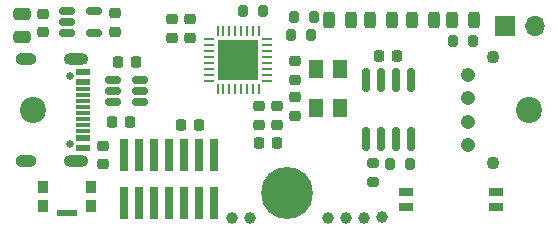
<source format=gbr>
%TF.GenerationSoftware,KiCad,Pcbnew,7.0.5*%
%TF.CreationDate,2024-01-08T00:08:43+01:00*%
%TF.ProjectId,can-usb-dongle,63616e2d-7573-4622-9d64-6f6e676c652e,rev?*%
%TF.SameCoordinates,Original*%
%TF.FileFunction,Soldermask,Top*%
%TF.FilePolarity,Negative*%
%FSLAX46Y46*%
G04 Gerber Fmt 4.6, Leading zero omitted, Abs format (unit mm)*
G04 Created by KiCad (PCBNEW 7.0.5) date 2024-01-08 00:08:43*
%MOMM*%
%LPD*%
G01*
G04 APERTURE LIST*
G04 Aperture macros list*
%AMRoundRect*
0 Rectangle with rounded corners*
0 $1 Rounding radius*
0 $2 $3 $4 $5 $6 $7 $8 $9 X,Y pos of 4 corners*
0 Add a 4 corners polygon primitive as box body*
4,1,4,$2,$3,$4,$5,$6,$7,$8,$9,$2,$3,0*
0 Add four circle primitives for the rounded corners*
1,1,$1+$1,$2,$3*
1,1,$1+$1,$4,$5*
1,1,$1+$1,$6,$7*
1,1,$1+$1,$8,$9*
0 Add four rect primitives between the rounded corners*
20,1,$1+$1,$2,$3,$4,$5,0*
20,1,$1+$1,$4,$5,$6,$7,0*
20,1,$1+$1,$6,$7,$8,$9,0*
20,1,$1+$1,$8,$9,$2,$3,0*%
G04 Aperture macros list end*
%ADD10RoundRect,0.225000X0.250000X-0.225000X0.250000X0.225000X-0.250000X0.225000X-0.250000X-0.225000X0*%
%ADD11RoundRect,0.225000X-0.225000X-0.250000X0.225000X-0.250000X0.225000X0.250000X-0.225000X0.250000X0*%
%ADD12C,2.200000*%
%ADD13RoundRect,0.225000X0.225000X0.250000X-0.225000X0.250000X-0.225000X-0.250000X0.225000X-0.250000X0*%
%ADD14RoundRect,0.200000X0.200000X0.275000X-0.200000X0.275000X-0.200000X-0.275000X0.200000X-0.275000X0*%
%ADD15C,1.000000*%
%ADD16RoundRect,0.250000X0.475000X-0.250000X0.475000X0.250000X-0.475000X0.250000X-0.475000X-0.250000X0*%
%ADD17R,1.270000X0.760000*%
%ADD18RoundRect,0.243750X-0.243750X-0.456250X0.243750X-0.456250X0.243750X0.456250X-0.243750X0.456250X0*%
%ADD19R,1.300000X1.600000*%
%ADD20RoundRect,0.062500X0.375000X0.062500X-0.375000X0.062500X-0.375000X-0.062500X0.375000X-0.062500X0*%
%ADD21RoundRect,0.062500X0.062500X0.375000X-0.062500X0.375000X-0.062500X-0.375000X0.062500X-0.375000X0*%
%ADD22R,3.450000X3.450000*%
%ADD23RoundRect,0.150000X-0.512500X-0.150000X0.512500X-0.150000X0.512500X0.150000X-0.512500X0.150000X0*%
%ADD24RoundRect,0.243750X0.243750X0.456250X-0.243750X0.456250X-0.243750X-0.456250X0.243750X-0.456250X0*%
%ADD25RoundRect,0.150000X-0.150000X0.825000X-0.150000X-0.825000X0.150000X-0.825000X0.150000X0.825000X0*%
%ADD26RoundRect,0.225000X-0.250000X0.225000X-0.250000X-0.225000X0.250000X-0.225000X0.250000X0.225000X0*%
%ADD27C,1.100000*%
%ADD28C,1.208000*%
%ADD29RoundRect,0.200000X-0.275000X0.200000X-0.275000X-0.200000X0.275000X-0.200000X0.275000X0.200000X0*%
%ADD30R,0.740000X2.790000*%
%ADD31C,0.650000*%
%ADD32R,1.150000X0.600000*%
%ADD33R,1.150000X0.300000*%
%ADD34O,2.100000X1.000000*%
%ADD35O,1.800000X1.000000*%
%ADD36R,1.700000X1.700000*%
%ADD37O,1.700000X1.700000*%
%ADD38C,4.400000*%
%ADD39R,0.900000X1.000000*%
%ADD40R,1.700000X0.550000*%
G04 APERTURE END LIST*
D10*
%TO.C,C5*%
X35814000Y-33876000D03*
X35814000Y-32326000D03*
%TD*%
D11*
%TO.C,R3*%
X29705000Y-35908000D03*
X31255000Y-35908000D03*
%TD*%
%TO.C,C3*%
X51823000Y-35400000D03*
X53373000Y-35400000D03*
%TD*%
D12*
%TO.C,H2*%
X22500000Y-40000000D03*
%TD*%
D13*
%TO.C,R8*%
X36589000Y-41242000D03*
X35039000Y-41242000D03*
%TD*%
D14*
%TO.C,R6*%
X41973000Y-31590000D03*
X40323000Y-31590000D03*
%TD*%
D15*
%TO.C,TP5*%
X50546000Y-49116000D03*
%TD*%
D16*
%TO.C,F1*%
X21590000Y-33810000D03*
X21590000Y-31910000D03*
%TD*%
D17*
%TO.C,SW2*%
X54122000Y-46957000D03*
X54122000Y-48227000D03*
X61742000Y-48227000D03*
X61742000Y-46957000D03*
%TD*%
D18*
%TO.C,D3*%
X51074000Y-32352000D03*
X52949000Y-32352000D03*
%TD*%
D19*
%TO.C,Y1*%
X46498000Y-36544000D03*
X46498000Y-39844000D03*
X48498000Y-39844000D03*
X48498000Y-36544000D03*
%TD*%
D20*
%TO.C,U1*%
X42343500Y-37506500D03*
X42343500Y-37006500D03*
X42343500Y-36506500D03*
X42343500Y-36006500D03*
X42343500Y-35506500D03*
X42343500Y-35006500D03*
X42343500Y-34506500D03*
X42343500Y-34006500D03*
D21*
X41656000Y-33319000D03*
X41156000Y-33319000D03*
X40656000Y-33319000D03*
X40156000Y-33319000D03*
X39656000Y-33319000D03*
X39156000Y-33319000D03*
X38656000Y-33319000D03*
X38156000Y-33319000D03*
D20*
X37468500Y-34006500D03*
X37468500Y-34506500D03*
X37468500Y-35006500D03*
X37468500Y-35506500D03*
X37468500Y-36006500D03*
X37468500Y-36506500D03*
X37468500Y-37006500D03*
X37468500Y-37506500D03*
D21*
X38156000Y-38194000D03*
X38656000Y-38194000D03*
X39156000Y-38194000D03*
X39656000Y-38194000D03*
X40156000Y-38194000D03*
X40656000Y-38194000D03*
X41156000Y-38194000D03*
X41656000Y-38194000D03*
D22*
X39906000Y-35756500D03*
%TD*%
D10*
%TO.C,C4*%
X34290000Y-33876000D03*
X34290000Y-32326000D03*
%TD*%
D13*
%TO.C,R4*%
X30747000Y-40988000D03*
X29197000Y-40988000D03*
%TD*%
D23*
%TO.C,U3*%
X29342500Y-37432000D03*
X29342500Y-38382000D03*
X29342500Y-39332000D03*
X31617500Y-39332000D03*
X31617500Y-38382000D03*
X31617500Y-37432000D03*
%TD*%
D24*
%TO.C,D2*%
X56505000Y-32352000D03*
X54630000Y-32352000D03*
%TD*%
D10*
%TO.C,C9*%
X28500000Y-44575000D03*
X28500000Y-43025000D03*
%TD*%
D14*
%TO.C,R10*%
X46291000Y-32098000D03*
X44641000Y-32098000D03*
%TD*%
%TO.C,R5*%
X59753000Y-34130000D03*
X58103000Y-34130000D03*
%TD*%
D25*
%TO.C,U2*%
X54503000Y-37497000D03*
X53233000Y-37497000D03*
X51963000Y-37497000D03*
X50693000Y-37497000D03*
X50693000Y-42447000D03*
X51963000Y-42447000D03*
X53233000Y-42447000D03*
X54503000Y-42447000D03*
%TD*%
D26*
%TO.C,C8*%
X23368000Y-31844000D03*
X23368000Y-33394000D03*
%TD*%
D27*
%TO.C,J2*%
X61492000Y-35500000D03*
X61492000Y-44500000D03*
D28*
X59392000Y-43000000D03*
X59392000Y-41000000D03*
X59392000Y-39000000D03*
X59392000Y-37000000D03*
%TD*%
D15*
%TO.C,TP4*%
X49022000Y-49116000D03*
%TD*%
D29*
%TO.C,R9*%
X51308000Y-44481000D03*
X51308000Y-46131000D03*
%TD*%
D30*
%TO.C,J3*%
X30226000Y-47852000D03*
X30226000Y-43782000D03*
X31496000Y-47852000D03*
X31496000Y-43782000D03*
X32766000Y-47852000D03*
X32766000Y-43782000D03*
X34036000Y-47852000D03*
X34036000Y-43782000D03*
X35306000Y-47852000D03*
X35306000Y-43782000D03*
X36576000Y-47852000D03*
X36576000Y-43782000D03*
X37846000Y-47852000D03*
X37846000Y-43782000D03*
%TD*%
D15*
%TO.C,TP3*%
X47498000Y-49116000D03*
%TD*%
D26*
%TO.C,C6*%
X43180000Y-39705000D03*
X43180000Y-41255000D03*
%TD*%
D12*
%TO.C,H3*%
X64500000Y-40000000D03*
%TD*%
D13*
%TO.C,R2*%
X43193000Y-42766000D03*
X41643000Y-42766000D03*
%TD*%
D23*
%TO.C,U4*%
X25400000Y-31590000D03*
X25400000Y-32540000D03*
X25400000Y-33490000D03*
X27675000Y-33490000D03*
X27675000Y-31590000D03*
%TD*%
D26*
%TO.C,C10*%
X29464000Y-31831000D03*
X29464000Y-33381000D03*
%TD*%
D15*
%TO.C,TP1*%
X39370000Y-49116000D03*
%TD*%
D31*
%TO.C,J1*%
X25662000Y-37110000D03*
X25662000Y-42890000D03*
D32*
X26737000Y-36800000D03*
X26737000Y-37600000D03*
D33*
X26737000Y-38750000D03*
X26737000Y-39750000D03*
X26737000Y-40250000D03*
X26737000Y-41250000D03*
D32*
X26737000Y-42400000D03*
X26737000Y-43200000D03*
X26737000Y-43200000D03*
X26737000Y-42400000D03*
D33*
X26737000Y-41750000D03*
X26737000Y-40750000D03*
X26737000Y-39250000D03*
X26737000Y-38250000D03*
D32*
X26737000Y-37600000D03*
X26737000Y-36800000D03*
D34*
X26162000Y-35680000D03*
D35*
X21982000Y-35680000D03*
D34*
X26162000Y-44320000D03*
D35*
X21982000Y-44320000D03*
%TD*%
D15*
%TO.C,TP2*%
X40894000Y-49116000D03*
%TD*%
D14*
%TO.C,R1*%
X54439000Y-44544000D03*
X52789000Y-44544000D03*
%TD*%
D36*
%TO.C,JP1*%
X62499000Y-32860000D03*
D37*
X65039000Y-32860000D03*
%TD*%
D14*
%TO.C,R7*%
X46037000Y-33622000D03*
X44387000Y-33622000D03*
%TD*%
D10*
%TO.C,C2*%
X44704000Y-37445000D03*
X44704000Y-35895000D03*
%TD*%
D15*
%TO.C,TP6*%
X52070000Y-49095000D03*
%TD*%
D38*
%TO.C,H1*%
X44000000Y-47000000D03*
%TD*%
D26*
%TO.C,C7*%
X41656000Y-39705000D03*
X41656000Y-41255000D03*
%TD*%
D24*
%TO.C,D4*%
X49471500Y-32352000D03*
X47596500Y-32352000D03*
%TD*%
D26*
%TO.C,C1*%
X44704000Y-38943000D03*
X44704000Y-40493000D03*
%TD*%
D39*
%TO.C,SW1*%
X23350000Y-48138000D03*
X23350000Y-46538000D03*
X27450000Y-46538000D03*
X27450000Y-48138000D03*
D40*
X25400000Y-48763000D03*
%TD*%
D18*
%TO.C,D1*%
X58010500Y-32352000D03*
X59885500Y-32352000D03*
%TD*%
M02*

</source>
